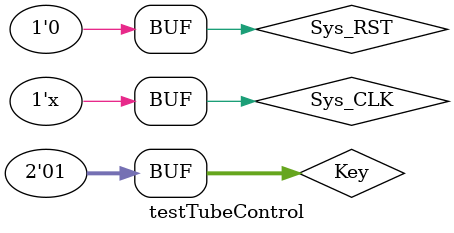
<source format=v>
`timescale 10ns/10ns
module testTubeControl();
    reg Sys_CLK;
    reg Sys_RST;
    reg [1:0]Key;
    wire [7:0]SEG;
    wire [1:0]COM;
    wire [3:0]LED;
    tubeControl U1(
    .Sys_CLK(Sys_CLK),
    .Sys_RST(Sys_RST),
    .Key(Key),
    .SEG(SEG),
    .COM(COM),
    .LED(LED));

    initial begin
        Sys_CLK=0; 
        Sys_RST=1;
        Key=0;
    #5  Sys_RST=0;
    #50 Key[0]=1;
    #54 Key[0]=0;
    #60 Key[0]=0;
    #70 Key[0]=1;
    #86 Key[0]=0;
    #87 Key[0]=1;


    end
    always begin 
    #1
        Sys_CLK=!Sys_CLK;
    end


endmodule


</source>
